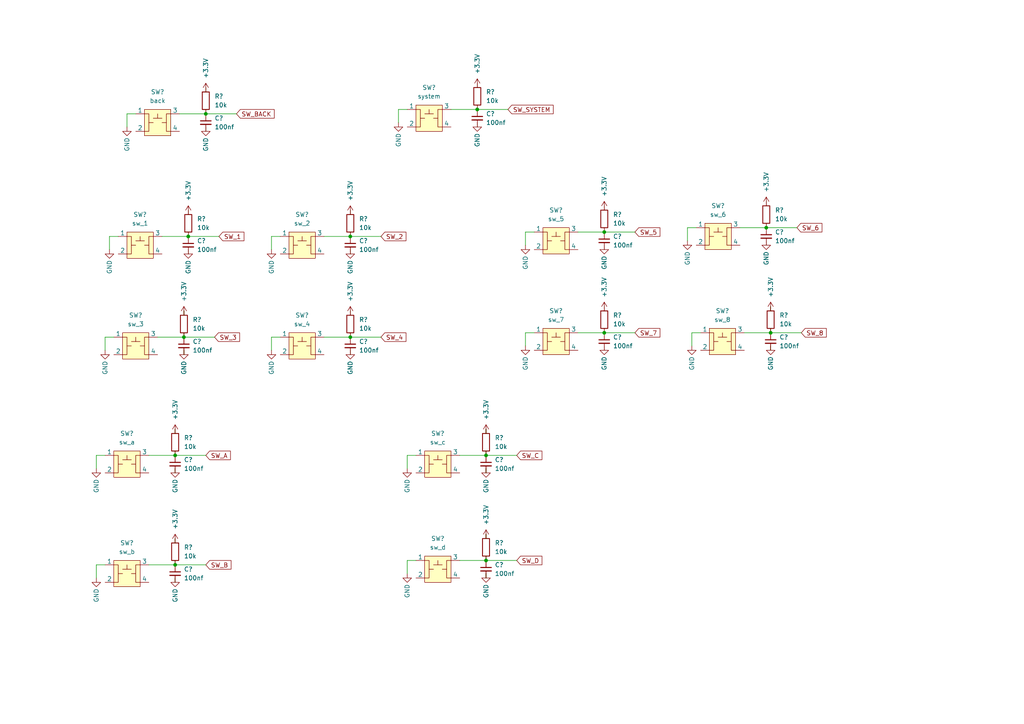
<source format=kicad_sch>
(kicad_sch (version 20250114) (generator "eeschema") (generator_version "9.0")
  (paper "A4")
  (lib_symbols
    (symbol "Device:C_Small" (pin_numbers (hide yes)) (pin_names (offset 0.254) (hide yes))
      (property "Reference" "C" (at 0.254 1.778 0))
      (property "Value" "C_Small" (at 0.254 -2.032 0))
      (symbol "C_Small_0_1"
        (polyline (pts (xy -1.524 0.508) (xy 1.524 0.508)) (stroke (width 0.3048)))
        (polyline (pts (xy -1.524 -0.508) (xy 1.524 -0.508)) (stroke (width 0.3302)))
      )
      (symbol "C_Small_1_1"
        (pin passive line (at 0 2.54 270) (length 2.032) (name "~") (number "1"))
        (pin passive line (at 0 -2.54 90) (length 2.032) (name "~") (number "2"))
      )
    )
    (symbol "Device:R" (pin_numbers (hide yes)) (pin_names (offset 0))
      (property "Reference" "R" (at 2.032 0 90))
      (property "Value" "R" (at 0 0 90))
      (symbol "R_0_1"
        (rectangle (start -1.016 -2.54) (end 1.016 2.54) (stroke (width 0.254)))
      )
      (symbol "R_1_1"
        (pin passive line (at 0 3.81 270) (length 1.27) (name "~") (number "1"))
        (pin passive line (at 0 -3.81 90) (length 1.27) (name "~") (number "2"))
      )
    )
    (symbol "ksoloti_shield_symbols:TL1105_tact_switch_6mm" (pin_numbers (hide yes)) (pin_names (offset 0))
      (property "Reference" "SW1" (at 0 7.3828 0))
      (property "Value" "TL1105_tact_switch_6mm" (at 0 4.8459 0))
      (symbol "TL1105_tact_switch_6mm_0_1"
        (rectangle (start -3.81 3.81) (end 3.81 -3.81) (fill (type background)))
        (polyline (pts (xy -3.81 2.54) (xy -2.54 2.54) (xy -2.54 -2.54) (xy -3.81 -2.54)))
        (polyline (pts (xy -2.54 0) (xy -1.27 0)))
        (polyline (pts (xy -1.27 1.27) (xy 1.27 1.27)))
        (polyline (pts (xy 0 2.54) (xy 0 1.27)))
        (polyline (pts (xy 1.27 0) (xy 2.54 0)))
        (polyline (pts (xy 3.81 2.54) (xy 2.54 2.54) (xy 2.54 -2.54) (xy 3.81 -2.54)))
      )
      (symbol "TL1105_tact_switch_6mm_1_1"
        (pin input line (at -6.35 2.54 0) (length 2.54) (name "1") (number "1"))
        (pin input line (at -6.35 -2.54 0) (length 2.54) (name "2") (number "2"))
        (pin input line (at 6.35 2.54 180) (length 2.54) (name "3") (number "3"))
        (pin input line (at 6.35 -2.54 180) (length 2.54) (name "4") (number "4"))
      )
    )
    (symbol "power:+3.3V" (power) (pin_names (offset 0))
      (property "Value" "+3.3V" (at 0 3.556 0))
      (symbol "+3.3V_0_1"
        (polyline (pts (xy -0.762 1.27) (xy 0 2.54)))
        (polyline (pts (xy 0 2.54) (xy 0.762 1.27)))
        (polyline (pts (xy 0 0) (xy 0 2.54)))
      )
      (symbol "+3.3V_1_1"
        (pin power_in line (at 0 0 90) (length 0) (hide yes) (name "+3.3V") (number "1"))
      )
    )
    (symbol "power:GND" (power) (pin_names (offset 0))
      (property "Value" "GND" (at 0 -3.81 0))
      (symbol "GND_0_1"
        (polyline (pts (xy 0 0) (xy 0 -1.27) (xy 1.27 -1.27) (xy 0 -2.54) (xy -1.27 -1.27) (xy 0 -1.27)))
      )
      (symbol "GND_1_1"
        (pin power_in line (at 0 0 270) (length 0) (hide yes) (name "GND") (number "1"))
      )
    )
  )
  (junction (at 101.6 97.79))
  (junction (at 138.43 31.75))
  (junction (at 59.69 33.02))
  (junction (at 140.97 132.08))
  (junction (at 222.25 66.04))
  (junction (at 223.52 96.52))
  (junction (at 53.34 97.79))
  (junction (at 101.6 68.58))
  (junction (at 50.8 163.83))
  (junction (at 175.26 96.52))
  (junction (at 54.61 68.58))
  (junction (at 175.26 67.31))
  (junction (at 50.8 132.08))
  (junction (at 140.97 162.56))
  (wire (pts (xy 45.72 97.79) (xy 53.34 97.79)))
  (wire (pts (xy 101.6 96.52) (xy 101.6 97.79)))
  (wire (pts (xy 31.75 68.58) (xy 31.75 72.39)))
  (wire (pts (xy 30.48 132.08) (xy 27.94 132.08)))
  (wire (pts (xy 223.52 101.6) (xy 223.52 100.33)))
  (wire (pts (xy 81.28 97.79) (xy 78.74 97.79)))
  (wire (pts (xy 149.86 162.56) (xy 140.97 162.56)))
  (wire (pts (xy 222.25 64.77) (xy 222.25 66.04)))
  (wire (pts (xy 140.97 125.73) (xy 140.97 124.46)))
  (wire (pts (xy 133.35 162.56) (xy 140.97 162.56)))
  (wire (pts (xy 120.65 162.56) (xy 118.11 162.56)))
  (wire (pts (xy 39.37 33.02) (xy 36.83 33.02)))
  (wire (pts (xy 201.93 66.04) (xy 199.39 66.04)))
  (wire (pts (xy 101.6 67.31) (xy 101.6 68.58)))
  (wire (pts (xy 33.02 97.79) (xy 30.48 97.79)))
  (wire (pts (xy 175.26 90.17) (xy 175.26 88.9)))
  (wire (pts (xy 93.98 97.79) (xy 101.6 97.79)))
  (wire (pts (xy 52.07 33.02) (xy 59.69 33.02)))
  (wire (pts (xy 133.35 132.08) (xy 140.97 132.08)))
  (wire (pts (xy 154.94 67.31) (xy 152.4 67.31)))
  (wire (pts (xy 140.97 137.16) (xy 140.97 135.89)))
  (wire (pts (xy 101.6 91.44) (xy 101.6 90.17)))
  (wire (pts (xy 54.61 73.66) (xy 54.61 72.39)))
  (wire (pts (xy 50.8 168.91) (xy 50.8 167.64)))
  (wire (pts (xy 54.61 62.23) (xy 54.61 60.96)))
  (wire (pts (xy 175.26 72.39) (xy 175.26 71.12)))
  (wire (pts (xy 184.15 96.52) (xy 175.26 96.52)))
  (wire (pts (xy 140.97 130.81) (xy 140.97 132.08)))
  (wire (pts (xy 59.69 31.75) (xy 59.69 33.02)))
  (wire (pts (xy 27.94 132.08) (xy 27.94 135.89)))
  (wire (pts (xy 34.29 68.58) (xy 31.75 68.58)))
  (wire (pts (xy 118.11 162.56) (xy 118.11 166.37)))
  (wire (pts (xy 27.94 163.83) (xy 27.94 167.64)))
  (wire (pts (xy 59.69 132.08) (xy 50.8 132.08)))
  (wire (pts (xy 199.39 66.04) (xy 199.39 69.85)))
  (wire (pts (xy 101.6 62.23) (xy 101.6 60.96)))
  (wire (pts (xy 50.8 125.73) (xy 50.8 124.46)))
  (wire (pts (xy 53.34 91.44) (xy 53.34 90.17)))
  (wire (pts (xy 223.52 90.17) (xy 223.52 88.9)))
  (wire (pts (xy 120.65 132.08) (xy 118.11 132.08)))
  (wire (pts (xy 93.98 68.58) (xy 101.6 68.58)))
  (wire (pts (xy 223.52 95.25) (xy 223.52 96.52)))
  (wire (pts (xy 101.6 73.66) (xy 101.6 72.39)))
  (wire (pts (xy 138.43 25.4) (xy 138.43 24.13)))
  (wire (pts (xy 149.86 132.08) (xy 140.97 132.08)))
  (wire (pts (xy 63.5 68.58) (xy 54.61 68.58)))
  (wire (pts (xy 138.43 30.48) (xy 138.43 31.75)))
  (wire (pts (xy 78.74 68.58) (xy 78.74 72.39)))
  (wire (pts (xy 46.99 68.58) (xy 54.61 68.58)))
  (wire (pts (xy 59.69 163.83) (xy 50.8 163.83)))
  (wire (pts (xy 215.9 96.52) (xy 223.52 96.52)))
  (wire (pts (xy 231.14 66.04) (xy 222.25 66.04)))
  (wire (pts (xy 53.34 96.52) (xy 53.34 97.79)))
  (wire (pts (xy 175.26 101.6) (xy 175.26 100.33)))
  (wire (pts (xy 152.4 67.31) (xy 152.4 71.12)))
  (wire (pts (xy 62.23 97.79) (xy 53.34 97.79)))
  (wire (pts (xy 101.6 102.87) (xy 101.6 101.6)))
  (wire (pts (xy 54.61 67.31) (xy 54.61 68.58)))
  (wire (pts (xy 152.4 96.52) (xy 152.4 100.33)))
  (wire (pts (xy 130.81 31.75) (xy 138.43 31.75)))
  (wire (pts (xy 175.26 66.04) (xy 175.26 67.31)))
  (wire (pts (xy 30.48 163.83) (xy 27.94 163.83)))
  (wire (pts (xy 154.94 96.52) (xy 152.4 96.52)))
  (wire (pts (xy 50.8 137.16) (xy 50.8 135.89)))
  (wire (pts (xy 53.34 102.87) (xy 53.34 101.6)))
  (wire (pts (xy 140.97 161.29) (xy 140.97 162.56)))
  (wire (pts (xy 200.66 96.52) (xy 200.66 100.33)))
  (wire (pts (xy 222.25 71.12) (xy 222.25 69.85)))
  (wire (pts (xy 110.49 97.79) (xy 101.6 97.79)))
  (wire (pts (xy 68.58 33.02) (xy 59.69 33.02)))
  (wire (pts (xy 115.57 31.75) (xy 115.57 35.56)))
  (wire (pts (xy 50.8 130.81) (xy 50.8 132.08)))
  (wire (pts (xy 203.2 96.52) (xy 200.66 96.52)))
  (wire (pts (xy 140.97 156.21) (xy 140.97 154.94)))
  (wire (pts (xy 43.18 163.83) (xy 50.8 163.83)))
  (wire (pts (xy 59.69 26.67) (xy 59.69 25.4)))
  (wire (pts (xy 167.64 67.31) (xy 175.26 67.31)))
  (wire (pts (xy 30.48 97.79) (xy 30.48 101.6)))
  (wire (pts (xy 43.18 132.08) (xy 50.8 132.08)))
  (wire (pts (xy 50.8 157.48) (xy 50.8 156.21)))
  (wire (pts (xy 50.8 162.56) (xy 50.8 163.83)))
  (wire (pts (xy 175.26 95.25) (xy 175.26 96.52)))
  (wire (pts (xy 81.28 68.58) (xy 78.74 68.58)))
  (wire (pts (xy 167.64 96.52) (xy 175.26 96.52)))
  (wire (pts (xy 184.15 67.31) (xy 175.26 67.31)))
  (wire (pts (xy 78.74 97.79) (xy 78.74 101.6)))
  (wire (pts (xy 232.41 96.52) (xy 223.52 96.52)))
  (wire (pts (xy 138.43 36.83) (xy 138.43 35.56)))
  (wire (pts (xy 140.97 167.64) (xy 140.97 166.37)))
  (wire (pts (xy 118.11 31.75) (xy 115.57 31.75)))
  (wire (pts (xy 118.11 132.08) (xy 118.11 135.89)))
  (wire (pts (xy 147.32 31.75) (xy 138.43 31.75)))
  (wire (pts (xy 175.26 60.96) (xy 175.26 59.69)))
  (wire (pts (xy 222.25 59.69) (xy 222.25 58.42)))
  (wire (pts (xy 36.83 33.02) (xy 36.83 36.83)))
  (wire (pts (xy 214.63 66.04) (xy 222.25 66.04)))
  (wire (pts (xy 110.49 68.58) (xy 101.6 68.58)))
  (wire (pts (xy 59.69 38.1) (xy 59.69 36.83)))
  (global_label "SW_2" (shape input) (at 110.49 68.58 0) (property "Intersheetrefs" "${INTERSHEET_REFS}" (effects (hide yes))))
  (global_label "SW_BACK" (shape input) (at 68.58 33.02 0) (property "Intersheetrefs" "${INTERSHEET_REFS}" (effects (hide yes))))
  (global_label "SW_7" (shape input) (at 184.15 96.52 0) (property "Intersheetrefs" "${INTERSHEET_REFS}" (effects (hide yes))))
  (global_label "SW_B" (shape input) (at 59.69 163.83 0) (property "Intersheetrefs" "${INTERSHEET_REFS}" (effects (hide yes))))
  (global_label "SW_6" (shape input) (at 231.14 66.04 0) (property "Intersheetrefs" "${INTERSHEET_REFS}" (effects (hide yes))))
  (global_label "SW_4" (shape input) (at 110.49 97.79 0) (property "Intersheetrefs" "${INTERSHEET_REFS}" (effects (hide yes))))
  (global_label "SW_C" (shape input) (at 149.86 132.08 0) (property "Intersheetrefs" "${INTERSHEET_REFS}" (effects (hide yes))))
  (global_label "SW_1" (shape input) (at 63.5 68.58 0) (property "Intersheetrefs" "${INTERSHEET_REFS}" (effects (hide yes))))
  (global_label "SW_5" (shape input) (at 184.15 67.31 0) (property "Intersheetrefs" "${INTERSHEET_REFS}" (effects (hide yes))))
  (global_label "SW_A" (shape input) (at 59.69 132.08 0) (property "Intersheetrefs" "${INTERSHEET_REFS}" (effects (hide yes))))
  (global_label "SW_3" (shape input) (at 62.23 97.79 0) (property "Intersheetrefs" "${INTERSHEET_REFS}" (effects (hide yes))))
  (global_label "SW_SYSTEM" (shape input) (at 147.32 31.75 0) (property "Intersheetrefs" "${INTERSHEET_REFS}" (effects (hide yes))))
  (global_label "SW_D" (shape input) (at 149.86 162.56 0) (property "Intersheetrefs" "${INTERSHEET_REFS}" (effects (hide yes))))
  (global_label "SW_8" (shape input) (at 232.41 96.52 0) (property "Intersheetrefs" "${INTERSHEET_REFS}" (effects (hide yes))))
  (symbol (lib_id "power:+3.3V") (at 138.43 25.4 0) (mirror y) (unit 1)
    (property "Reference" "#PWR?" (effects (hide yes)))
    (property "Value" "+3.3V" (at 138.43 18.542 90))
  )
  (symbol (lib_id "Device:C_Small") (at 50.8 166.37 0) (unit 1)
    (property "Reference" "C?" (at 53.34 165.1062 0) (effects (justify left)))
    (property "Value" "100nf" (at 53.34 167.6462 0) (effects (justify left)))
    (property "Description" "Unpolarized capacitor, small symbol" (effects (hide yes)))
  )
  (symbol (lib_id "Device:R") (at 140.97 158.75 180) (unit 1)
    (property "Reference" "R?" (at 143.51 157.4799 0) (effects (justify right)))
    (property "Value" "10k" (at 143.51 160.0199 0) (effects (justify right)))
    (property "Footprint" "Resistor_SMD:R_0201_0603Metric" (effects (hide yes)))
    (property "Description" "Resistor" (effects (hide yes)))
  )
  (symbol (lib_id "power:GND") (at 140.97 166.37 0) (mirror y) (unit 1)
    (property "Reference" "#PWR?" (effects (hide yes)))
    (property "Value" "GND" (at 140.97 171.45 90))
  )
  (symbol (lib_id "power:+3.3V") (at 140.97 125.73 0) (mirror y) (unit 1)
    (property "Reference" "#PWR?" (effects (hide yes)))
    (property "Value" "+3.3V" (at 140.97 118.872 90))
  )
  (symbol (lib_id "power:+3.3V") (at 140.97 156.21 0) (mirror y) (unit 1)
    (property "Reference" "#PWR?" (effects (hide yes)))
    (property "Value" "+3.3V" (at 140.97 149.352 90))
  )
  (symbol (lib_id "power:GND") (at 200.66 100.33 0) (mirror y) (unit 1)
    (property "Reference" "#PWR?" (effects (hide yes)))
    (property "Value" "GND" (at 200.66 105.41 90))
  )
  (symbol (lib_id "power:GND") (at 50.8 135.89 0) (mirror y) (unit 1)
    (property "Reference" "#PWR?" (effects (hide yes)))
    (property "Value" "GND" (at 50.8 140.97 90))
  )
  (symbol (lib_id "power:+3.3V") (at 223.52 90.17 0) (mirror y) (unit 1)
    (property "Reference" "#PWR?" (effects (hide yes)))
    (property "Value" "+3.3V" (at 223.52 83.312 90))
  )
  (symbol (lib_id "power:GND") (at 222.25 69.85 0) (mirror y) (unit 1)
    (property "Reference" "#PWR?" (effects (hide yes)))
    (property "Value" "GND" (at 222.25 74.93 90))
  )
  (symbol (lib_id "ksoloti_shield_symbols:TL1105_tact_switch_6mm") (at 209.55 99.06 0) (unit 1)
    (property "Reference" "SW?" (at 209.55 90.17 0))
    (property "Value" "sw_8" (at 209.55 92.71 0))
    (property "Footprint" "ksoloti_shield_footprints:TL1105T" (effects (hide yes)))
    (property "Description" "Double Pole Single Throw (DPST) Switch" (effects (hide yes)))
  )
  (symbol (lib_id "power:+3.3V") (at 101.6 62.23 0) (mirror y) (unit 1)
    (property "Reference" "#PWR?" (effects (hide yes)))
    (property "Value" "+3.3V" (at 101.6 55.372 90))
  )
  (symbol (lib_id "Device:R") (at 175.26 63.5 180) (unit 1)
    (property "Reference" "R?" (at 177.8 62.2299 0) (effects (justify right)))
    (property "Value" "10k" (at 177.8 64.7699 0) (effects (justify right)))
    (property "Footprint" "Resistor_SMD:R_0201_0603Metric" (effects (hide yes)))
    (property "Description" "Resistor" (effects (hide yes)))
  )
  (symbol (lib_id "power:GND") (at 223.52 100.33 0) (mirror y) (unit 1)
    (property "Reference" "#PWR?" (effects (hide yes)))
    (property "Value" "GND" (at 223.52 105.41 90))
  )
  (symbol (lib_id "power:GND") (at 118.11 135.89 0) (mirror y) (unit 1)
    (property "Reference" "#PWR?" (effects (hide yes)))
    (property "Value" "GND" (at 118.11 140.97 90))
  )
  (symbol (lib_id "power:GND") (at 78.74 72.39 0) (mirror y) (unit 1)
    (property "Reference" "#PWR?" (effects (hide yes)))
    (property "Value" "GND" (at 78.74 77.47 90))
  )
  (symbol (lib_id "Device:R") (at 138.43 27.94 180) (unit 1)
    (property "Reference" "R?" (at 140.97 26.6699 0) (effects (justify right)))
    (property "Value" "10k" (at 140.97 29.2099 0) (effects (justify right)))
    (property "Footprint" "Resistor_SMD:R_0201_0603Metric" (effects (hide yes)))
    (property "Description" "Resistor" (effects (hide yes)))
  )
  (symbol (lib_id "Device:R") (at 53.34 93.98 180) (unit 1)
    (property "Reference" "R?" (at 55.88 92.7099 0) (effects (justify right)))
    (property "Value" "10k" (at 55.88 95.2499 0) (effects (justify right)))
    (property "Footprint" "Resistor_SMD:R_0201_0603Metric" (effects (hide yes)))
    (property "Description" "Resistor" (effects (hide yes)))
  )
  (symbol (lib_id "power:+3.3V") (at 53.34 91.44 0) (mirror y) (unit 1)
    (property "Reference" "#PWR?" (effects (hide yes)))
    (property "Value" "+3.3V" (at 53.34 84.582 90))
  )
  (symbol (lib_id "power:GND") (at 138.43 35.56 0) (mirror y) (unit 1)
    (property "Reference" "#PWR?" (effects (hide yes)))
    (property "Value" "GND" (at 138.43 40.64 90))
  )
  (symbol (lib_id "power:GND") (at 140.97 135.89 0) (mirror y) (unit 1)
    (property "Reference" "#PWR?" (effects (hide yes)))
    (property "Value" "GND" (at 140.97 140.97 90))
  )
  (symbol (lib_id "power:GND") (at 199.39 69.85 0) (mirror y) (unit 1)
    (property "Reference" "#PWR?" (effects (hide yes)))
    (property "Value" "GND" (at 199.39 74.93 90))
  )
  (symbol (lib_id "Device:C_Small") (at 101.6 100.33 0) (unit 1)
    (property "Reference" "C?" (at 104.14 99.0662 0) (effects (justify left)))
    (property "Value" "100nf" (at 104.14 101.6062 0) (effects (justify left)))
    (property "Description" "Unpolarized capacitor, small symbol" (effects (hide yes)))
  )
  (symbol (lib_id "ksoloti_shield_symbols:TL1105_tact_switch_6mm") (at 161.29 99.06 0) (unit 1)
    (property "Reference" "SW?" (at 161.29 90.17 0))
    (property "Value" "sw_7" (at 161.29 92.71 0))
    (property "Footprint" "ksoloti_shield_footprints:TL1105T" (effects (hide yes)))
    (property "Description" "Double Pole Single Throw (DPST) Switch" (effects (hide yes)))
  )
  (symbol (lib_id "Device:C_Small") (at 50.8 134.62 0) (unit 1)
    (property "Reference" "C?" (at 53.34 133.3562 0) (effects (justify left)))
    (property "Value" "100nf" (at 53.34 135.8962 0) (effects (justify left)))
    (property "Description" "Unpolarized capacitor, small symbol" (effects (hide yes)))
  )
  (symbol (lib_id "power:GND") (at 118.11 166.37 0) (mirror y) (unit 1)
    (property "Reference" "#PWR?" (effects (hide yes)))
    (property "Value" "GND" (at 118.11 171.45 90))
  )
  (symbol (lib_id "power:+3.3V") (at 175.26 90.17 0) (mirror y) (unit 1)
    (property "Reference" "#PWR?" (effects (hide yes)))
    (property "Value" "+3.3V" (at 175.26 83.312 90))
  )
  (symbol (lib_id "ksoloti_shield_symbols:TL1105_tact_switch_6mm") (at 127 134.62 0) (unit 1)
    (property "Reference" "SW?" (at 127 125.73 0))
    (property "Value" "sw_c" (at 127 128.27 0))
    (property "Footprint" "ksoloti_shield_footprints:TL1105T" (effects (hide yes)))
    (property "Description" "Double Pole Single Throw (DPST) Switch" (effects (hide yes)))
  )
  (symbol (lib_id "ksoloti_shield_symbols:TL1105_tact_switch_6mm") (at 87.63 100.33 0) (unit 1)
    (property "Reference" "SW?" (at 87.63 91.44 0))
    (property "Value" "sw_4" (at 87.63 93.98 0))
    (property "Footprint" "ksoloti_shield_footprints:TL1105T" (effects (hide yes)))
    (property "Description" "Double Pole Single Throw (DPST) Switch" (effects (hide yes)))
  )
  (symbol (lib_id "ksoloti_shield_symbols:TL1105_tact_switch_6mm") (at 39.37 100.33 0) (unit 1)
    (property "Reference" "SW?" (at 39.37 91.44 0))
    (property "Value" "sw_3" (at 39.37 93.98 0))
    (property "Footprint" "ksoloti_shield_footprints:TL1105T" (effects (hide yes)))
    (property "Description" "Double Pole Single Throw (DPST) Switch" (effects (hide yes)))
  )
  (symbol (lib_id "power:GND") (at 27.94 135.89 0) (mirror y) (unit 1)
    (property "Reference" "#PWR?" (effects (hide yes)))
    (property "Value" "GND" (at 27.94 140.97 90))
  )
  (symbol (lib_id "power:+3.3V") (at 50.8 157.48 0) (mirror y) (unit 1)
    (property "Reference" "#PWR?" (effects (hide yes)))
    (property "Value" "+3.3V" (at 50.8 150.622 90))
  )
  (symbol (lib_id "ksoloti_shield_symbols:TL1105_tact_switch_6mm") (at 36.83 166.37 0) (unit 1)
    (property "Reference" "SW?" (at 36.83 157.48 0))
    (property "Value" "sw_b" (at 36.83 160.02 0))
    (property "Footprint" "ksoloti_shield_footprints:TL1105T" (effects (hide yes)))
    (property "Description" "Double Pole Single Throw (DPST) Switch" (effects (hide yes)))
  )
  (symbol (lib_id "power:+3.3V") (at 101.6 91.44 0) (mirror y) (unit 1)
    (property "Reference" "#PWR?" (effects (hide yes)))
    (property "Value" "+3.3V" (at 101.6 84.582 90))
  )
  (symbol (lib_id "ksoloti_shield_symbols:TL1105_tact_switch_6mm") (at 208.28 68.58 0) (unit 1)
    (property "Reference" "SW?" (at 208.28 59.69 0))
    (property "Value" "sw_6" (at 208.28 62.23 0))
    (property "Footprint" "ksoloti_shield_footprints:TL1105T" (effects (hide yes)))
    (property "Description" "Double Pole Single Throw (DPST) Switch" (effects (hide yes)))
  )
  (symbol (lib_id "ksoloti_shield_symbols:TL1105_tact_switch_6mm") (at 87.63 71.12 0) (unit 1)
    (property "Reference" "SW?" (at 87.63 62.23 0))
    (property "Value" "sw_2" (at 87.63 64.77 0))
    (property "Footprint" "ksoloti_shield_footprints:TL1105T" (effects (hide yes)))
    (property "Description" "Double Pole Single Throw (DPST) Switch" (effects (hide yes)))
  )
  (symbol (lib_id "Device:C_Small") (at 175.26 69.85 0) (unit 1)
    (property "Reference" "C?" (at 177.8 68.5862 0) (effects (justify left)))
    (property "Value" "100nf" (at 177.8 71.1262 0) (effects (justify left)))
    (property "Description" "Unpolarized capacitor, small symbol" (effects (hide yes)))
  )
  (symbol (lib_id "Device:R") (at 223.52 92.71 180) (unit 1)
    (property "Reference" "R?" (at 226.06 91.4399 0) (effects (justify right)))
    (property "Value" "10k" (at 226.06 93.9799 0) (effects (justify right)))
    (property "Footprint" "Resistor_SMD:R_0201_0603Metric" (effects (hide yes)))
    (property "Description" "Resistor" (effects (hide yes)))
  )
  (symbol (lib_id "Device:R") (at 101.6 93.98 180) (unit 1)
    (property "Reference" "R?" (at 104.14 92.7099 0) (effects (justify right)))
    (property "Value" "10k" (at 104.14 95.2499 0) (effects (justify right)))
    (property "Footprint" "Resistor_SMD:R_0201_0603Metric" (effects (hide yes)))
    (property "Description" "Resistor" (effects (hide yes)))
  )
  (symbol (lib_id "power:+3.3V") (at 59.69 26.67 0) (mirror y) (unit 1)
    (property "Reference" "#PWR?" (effects (hide yes)))
    (property "Value" "+3.3V" (at 59.69 19.812 90))
  )
  (symbol (lib_id "power:GND") (at 31.75 72.39 0) (mirror y) (unit 1)
    (property "Reference" "#PWR?" (effects (hide yes)))
    (property "Value" "GND" (at 31.75 77.47 90))
  )
  (symbol (lib_id "Device:R") (at 140.97 128.27 180) (unit 1)
    (property "Reference" "R?" (at 143.51 126.9999 0) (effects (justify right)))
    (property "Value" "10k" (at 143.51 129.5399 0) (effects (justify right)))
    (property "Footprint" "Resistor_SMD:R_0201_0603Metric" (effects (hide yes)))
    (property "Description" "Resistor" (effects (hide yes)))
  )
  (symbol (lib_id "power:GND") (at 27.94 167.64 0) (mirror y) (unit 1)
    (property "Reference" "#PWR?" (effects (hide yes)))
    (property "Value" "GND" (at 27.94 172.72 90))
  )
  (symbol (lib_id "power:GND") (at 59.69 36.83 0) (mirror y) (unit 1)
    (property "Reference" "#PWR?" (effects (hide yes)))
    (property "Value" "GND" (at 59.69 41.91 90))
  )
  (symbol (lib_id "power:GND") (at 30.48 101.6 0) (mirror y) (unit 1)
    (property "Reference" "#PWR?" (effects (hide yes)))
    (property "Value" "GND" (at 30.48 106.68 90))
  )
  (symbol (lib_id "power:+3.3V") (at 54.61 62.23 0) (mirror y) (unit 1)
    (property "Reference" "#PWR?" (effects (hide yes)))
    (property "Value" "+3.3V" (at 54.61 55.372 90))
  )
  (symbol (lib_id "ksoloti_shield_symbols:TL1105_tact_switch_6mm") (at 40.64 71.12 0) (unit 1)
    (property "Reference" "SW?" (at 40.64 62.23 0))
    (property "Value" "sw_1" (at 40.64 64.77 0))
    (property "Footprint" "ksoloti_shield_footprints:TL1105T" (effects (hide yes)))
    (property "Description" "Double Pole Single Throw (DPST) Switch" (effects (hide yes)))
  )
  (symbol (lib_id "power:+3.3V") (at 222.25 59.69 0) (mirror y) (unit 1)
    (property "Reference" "#PWR?" (effects (hide yes)))
    (property "Value" "+3.3V" (at 222.25 52.832 90))
  )
  (symbol (lib_id "power:GND") (at 36.83 36.83 0) (mirror y) (unit 1)
    (property "Reference" "#PWR?" (effects (hide yes)))
    (property "Value" "GND" (at 36.83 41.91 90))
  )
  (symbol (lib_id "ksoloti_shield_symbols:TL1105_tact_switch_6mm") (at 36.83 134.62 0) (unit 1)
    (property "Reference" "SW?" (at 36.83 125.73 0))
    (property "Value" "sw_a" (at 36.83 128.27 0))
    (property "Footprint" "ksoloti_shield_footprints:TL1105T" (effects (hide yes)))
    (property "Description" "Double Pole Single Throw (DPST) Switch" (effects (hide yes)))
  )
  (symbol (lib_id "Device:R") (at 50.8 128.27 180) (unit 1)
    (property "Reference" "R?" (at 53.34 126.9999 0) (effects (justify right)))
    (property "Value" "10k" (at 53.34 129.5399 0) (effects (justify right)))
    (property "Footprint" "Resistor_SMD:R_0201_0603Metric" (effects (hide yes)))
    (property "Description" "Resistor" (effects (hide yes)))
  )
  (symbol (lib_id "power:GND") (at 78.74 101.6 0) (mirror y) (unit 1)
    (property "Reference" "#PWR?" (effects (hide yes)))
    (property "Value" "GND" (at 78.74 106.68 90))
  )
  (symbol (lib_id "Device:R") (at 59.69 29.21 180) (unit 1)
    (property "Reference" "R?" (at 62.23 27.9399 0) (effects (justify right)))
    (property "Value" "10k" (at 62.23 30.4799 0) (effects (justify right)))
    (property "Footprint" "Resistor_SMD:R_0201_0603Metric" (effects (hide yes)))
    (property "Description" "Resistor" (effects (hide yes)))
  )
  (symbol (lib_id "power:GND") (at 175.26 71.12 0) (mirror y) (unit 1)
    (property "Reference" "#PWR?" (effects (hide yes)))
    (property "Value" "GND" (at 175.26 76.2 90))
  )
  (symbol (lib_id "power:GND") (at 175.26 100.33 0) (mirror y) (unit 1)
    (property "Reference" "#PWR?" (effects (hide yes)))
    (property "Value" "GND" (at 175.26 105.41 90))
  )
  (symbol (lib_id "power:+3.3V") (at 50.8 125.73 0) (mirror y) (unit 1)
    (property "Reference" "#PWR?" (effects (hide yes)))
    (property "Value" "+3.3V" (at 50.8 118.872 90))
  )
  (symbol (lib_id "Device:C_Small") (at 140.97 134.62 0) (unit 1)
    (property "Reference" "C?" (at 143.51 133.3562 0) (effects (justify left)))
    (property "Value" "100nf" (at 143.51 135.8962 0) (effects (justify left)))
    (property "Description" "Unpolarized capacitor, small symbol" (effects (hide yes)))
  )
  (symbol (lib_id "power:GND") (at 115.57 35.56 0) (mirror y) (unit 1)
    (property "Reference" "#PWR?" (effects (hide yes)))
    (property "Value" "GND" (at 115.57 40.64 90))
  )
  (symbol (lib_id "ksoloti_shield_symbols:TL1105_tact_switch_6mm") (at 127 165.1 0) (unit 1)
    (property "Reference" "SW?" (at 127 156.21 0))
    (property "Value" "sw_d" (at 127 158.75 0))
    (property "Footprint" "ksoloti_shield_footprints:TL1105T" (effects (hide yes)))
    (property "Description" "Double Pole Single Throw (DPST) Switch" (effects (hide yes)))
  )
  (symbol (lib_id "Device:R") (at 54.61 64.77 180) (unit 1)
    (property "Reference" "R?" (at 57.15 63.4999 0) (effects (justify right)))
    (property "Value" "10k" (at 57.15 66.0399 0) (effects (justify right)))
    (property "Footprint" "Resistor_SMD:R_0201_0603Metric" (effects (hide yes)))
    (property "Description" "Resistor" (effects (hide yes)))
  )
  (symbol (lib_id "Device:C_Small") (at 175.26 99.06 0) (unit 1)
    (property "Reference" "C?" (at 177.8 97.7962 0) (effects (justify left)))
    (property "Value" "100nf" (at 177.8 100.3362 0) (effects (justify left)))
    (property "Description" "Unpolarized capacitor, small symbol" (effects (hide yes)))
  )
  (symbol (lib_id "power:GND") (at 101.6 72.39 0) (mirror y) (unit 1)
    (property "Reference" "#PWR?" (effects (hide yes)))
    (property "Value" "GND" (at 101.6 77.47 90))
  )
  (symbol (lib_id "Device:C_Small") (at 222.25 68.58 0) (unit 1)
    (property "Reference" "C?" (at 224.79 67.3162 0) (effects (justify left)))
    (property "Value" "100nf" (at 224.79 69.8562 0) (effects (justify left)))
    (property "Description" "Unpolarized capacitor, small symbol" (effects (hide yes)))
  )
  (symbol (lib_id "Device:C_Small") (at 53.34 100.33 0) (unit 1)
    (property "Reference" "C?" (at 55.88 99.0662 0) (effects (justify left)))
    (property "Value" "100nf" (at 55.88 101.6062 0) (effects (justify left)))
    (property "Description" "Unpolarized capacitor, small symbol" (effects (hide yes)))
  )
  (symbol (lib_id "power:GND") (at 50.8 167.64 0) (mirror y) (unit 1)
    (property "Reference" "#PWR?" (effects (hide yes)))
    (property "Value" "GND" (at 50.8 172.72 90))
  )
  (symbol (lib_id "Device:C_Small") (at 140.97 165.1 0) (unit 1)
    (property "Reference" "C?" (at 143.51 163.8362 0) (effects (justify left)))
    (property "Value" "100nf" (at 143.51 166.3762 0) (effects (justify left)))
    (property "Description" "Unpolarized capacitor, small symbol" (effects (hide yes)))
  )
  (symbol (lib_id "power:GND") (at 53.34 101.6 0) (mirror y) (unit 1)
    (property "Reference" "#PWR?" (effects (hide yes)))
    (property "Value" "GND" (at 53.34 106.68 90))
  )
  (symbol (lib_id "Device:C_Small") (at 59.69 35.56 0) (unit 1)
    (property "Reference" "C?" (at 62.23 34.2962 0) (effects (justify left)))
    (property "Value" "100nf" (at 62.23 36.8362 0) (effects (justify left)))
    (property "Description" "Unpolarized capacitor, small symbol" (effects (hide yes)))
  )
  (symbol (lib_id "power:GND") (at 101.6 101.6 0) (mirror y) (unit 1)
    (property "Reference" "#PWR?" (effects (hide yes)))
    (property "Value" "GND" (at 101.6 106.68 90))
  )
  (symbol (lib_id "power:+3.3V") (at 175.26 60.96 0) (mirror y) (unit 1)
    (property "Reference" "#PWR?" (effects (hide yes)))
    (property "Value" "+3.3V" (at 175.26 54.102 90))
  )
  (symbol (lib_id "Device:C_Small") (at 101.6 71.12 0) (unit 1)
    (property "Reference" "C?" (at 104.14 69.8562 0) (effects (justify left)))
    (property "Value" "100nf" (at 104.14 72.3962 0) (effects (justify left)))
    (property "Description" "Unpolarized capacitor, small symbol" (effects (hide yes)))
  )
  (symbol (lib_id "ksoloti_shield_symbols:TL1105_tact_switch_6mm") (at 161.29 69.85 0) (unit 1)
    (property "Reference" "SW?" (at 161.29 60.96 0))
    (property "Value" "sw_5" (at 161.29 63.5 0))
    (property "Footprint" "ksoloti_shield_footprints:TL1105T" (effects (hide yes)))
    (property "Description" "Double Pole Single Throw (DPST) Switch" (effects (hide yes)))
  )
  (symbol (lib_id "Device:R") (at 50.8 160.02 180) (unit 1)
    (property "Reference" "R?" (at 53.34 158.7499 0) (effects (justify right)))
    (property "Value" "10k" (at 53.34 161.2899 0) (effects (justify right)))
    (property "Footprint" "Resistor_SMD:R_0201_0603Metric" (effects (hide yes)))
    (property "Description" "Resistor" (effects (hide yes)))
  )
  (symbol (lib_id "ksoloti_shield_symbols:TL1105_tact_switch_6mm") (at 45.72 35.56 0) (unit 1)
    (property "Reference" "SW?" (at 45.72 26.67 0))
    (property "Value" "back" (at 45.72 29.21 0))
    (property "Footprint" "ksoloti_shield_footprints:TL1105T" (effects (hide yes)))
    (property "Description" "Double Pole Single Throw (DPST) Switch" (effects (hide yes)))
  )
  (symbol (lib_id "Device:R") (at 175.26 92.71 180) (unit 1)
    (property "Reference" "R?" (at 177.8 91.4399 0) (effects (justify right)))
    (property "Value" "10k" (at 177.8 93.9799 0) (effects (justify right)))
    (property "Footprint" "Resistor_SMD:R_0201_0603Metric" (effects (hide yes)))
    (property "Description" "Resistor" (effects (hide yes)))
  )
  (symbol (lib_id "power:GND") (at 54.61 72.39 0) (mirror y) (unit 1)
    (property "Reference" "#PWR?" (effects (hide yes)))
    (property "Value" "GND" (at 54.61 77.47 90))
  )
  (symbol (lib_id "power:GND") (at 152.4 71.12 0) (mirror y) (unit 1)
    (property "Reference" "#PWR?" (effects (hide yes)))
    (property "Value" "GND" (at 152.4 76.2 90))
  )
  (symbol (lib_id "Device:C_Small") (at 138.43 34.29 0) (unit 1)
    (property "Reference" "C?" (at 140.97 33.0262 0) (effects (justify left)))
    (property "Value" "100nf" (at 140.97 35.5662 0) (effects (justify left)))
    (property "Description" "Unpolarized capacitor, small symbol" (effects (hide yes)))
  )
  (symbol (lib_id "Device:C_Small") (at 223.52 99.06 0) (unit 1)
    (property "Reference" "C?" (at 226.06 97.7962 0) (effects (justify left)))
    (property "Value" "100nf" (at 226.06 100.3362 0) (effects (justify left)))
    (property "Description" "Unpolarized capacitor, small symbol" (effects (hide yes)))
  )
  (symbol (lib_id "Device:C_Small") (at 54.61 71.12 0) (unit 1)
    (property "Reference" "C?" (at 57.15 69.8562 0) (effects (justify left)))
    (property "Value" "100nf" (at 57.15 72.3962 0) (effects (justify left)))
    (property "Description" "Unpolarized capacitor, small symbol" (effects (hide yes)))
  )
  (symbol (lib_id "power:GND") (at 152.4 100.33 0) (mirror y) (unit 1)
    (property "Reference" "#PWR?" (effects (hide yes)))
    (property "Value" "GND" (at 152.4 105.41 90))
  )
  (symbol (lib_id "Device:R") (at 222.25 62.23 180) (unit 1)
    (property "Reference" "R?" (at 224.79 60.9599 0) (effects (justify right)))
    (property "Value" "10k" (at 224.79 63.4999 0) (effects (justify right)))
    (property "Footprint" "Resistor_SMD:R_0201_0603Metric" (effects (hide yes)))
    (property "Description" "Resistor" (effects (hide yes)))
  )
  (symbol (lib_id "Device:R") (at 101.6 64.77 180) (unit 1)
    (property "Reference" "R?" (at 104.14 63.4999 0) (effects (justify right)))
    (property "Value" "10k" (at 104.14 66.0399 0) (effects (justify right)))
    (property "Footprint" "Resistor_SMD:R_0201_0603Metric" (effects (hide yes)))
    (property "Description" "Resistor" (effects (hide yes)))
  )
  (symbol (lib_id "ksoloti_shield_symbols:TL1105_tact_switch_6mm") (at 124.46 34.29 0) (unit 1)
    (property "Reference" "SW?" (at 124.46 25.4 0))
    (property "Value" "system" (at 124.46 27.94 0))
    (property "Footprint" "ksoloti_shield_footprints:TL1105T" (effects (hide yes)))
    (property "Description" "Double Pole Single Throw (DPST) Switch" (effects (hide yes)))
  )
)
</source>
